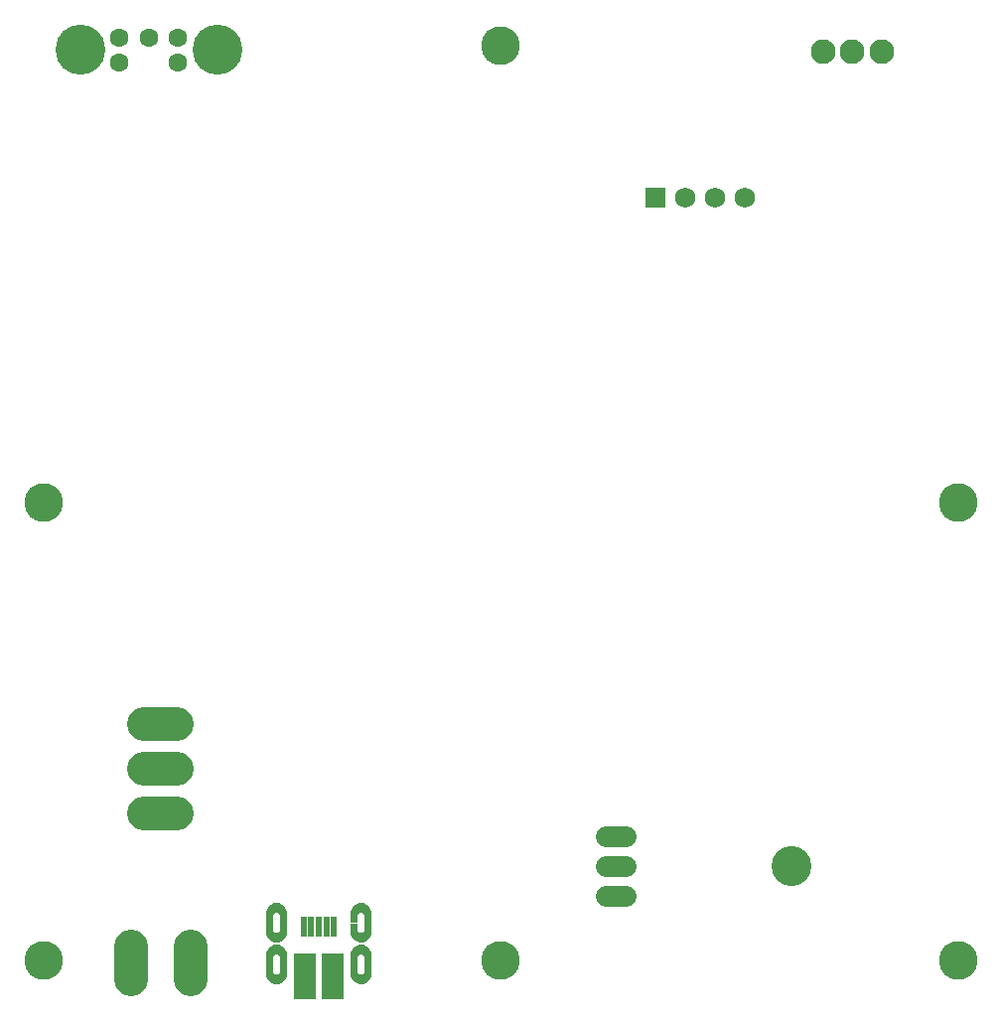
<source format=gbr>
G04 EAGLE Gerber RS-274X export*
G75*
%MOMM*%
%FSLAX34Y34*%
%LPD*%
%INSoldermask Top*%
%IPPOS*%
%AMOC8*
5,1,8,0,0,1.08239X$1,22.5*%
G01*
%ADD10C,3.301600*%
%ADD11C,1.778000*%
%ADD12C,3.403600*%
%ADD13C,2.101600*%
%ADD14C,2.882900*%
%ADD15C,1.601600*%
%ADD16C,4.250600*%
%ADD17R,1.751600X1.751600*%
%ADD18C,1.751600*%
%ADD19R,0.501600X1.801600*%
%ADD20R,1.901600X4.001600*%

G36*
X250756Y65168D02*
X250756Y65168D01*
X250757Y65168D01*
X252446Y65680D01*
X252446Y65681D01*
X252447Y65681D01*
X254002Y66512D01*
X254003Y66513D01*
X255367Y67632D01*
X255367Y67633D01*
X255368Y67633D01*
X256487Y68997D01*
X256488Y68998D01*
X257319Y70554D01*
X257320Y70554D01*
X257832Y72243D01*
X257832Y72244D01*
X258005Y74000D01*
X258005Y81750D01*
X258001Y81755D01*
X258000Y81755D01*
X252000Y81755D01*
X251995Y81751D01*
X251995Y81750D01*
X251995Y76500D01*
X251995Y76498D01*
X251994Y76493D01*
X251994Y76488D01*
X251993Y76483D01*
X251993Y76478D01*
X251992Y76473D01*
X251990Y76454D01*
X251989Y76449D01*
X251989Y76444D01*
X251988Y76439D01*
X251988Y76434D01*
X251987Y76429D01*
X251986Y76424D01*
X251986Y76419D01*
X251985Y76414D01*
X251983Y76394D01*
X251983Y76389D01*
X251982Y76389D01*
X251983Y76389D01*
X251982Y76384D01*
X251981Y76379D01*
X251981Y76374D01*
X251980Y76369D01*
X251980Y76364D01*
X251979Y76359D01*
X251979Y76354D01*
X251976Y76334D01*
X251976Y76329D01*
X251975Y76324D01*
X251975Y76319D01*
X251974Y76314D01*
X251974Y76310D01*
X251974Y76309D01*
X251973Y76305D01*
X251973Y76304D01*
X251972Y76300D01*
X251970Y76275D01*
X251969Y76270D01*
X251969Y76265D01*
X251968Y76265D01*
X251969Y76265D01*
X251968Y76260D01*
X251967Y76255D01*
X251967Y76250D01*
X251966Y76245D01*
X251966Y76240D01*
X251963Y76220D01*
X251963Y76215D01*
X251962Y76210D01*
X251962Y76205D01*
X251961Y76200D01*
X251961Y76195D01*
X251960Y76190D01*
X251960Y76185D01*
X251959Y76180D01*
X251957Y76160D01*
X251956Y76155D01*
X251956Y76151D01*
X251956Y76150D01*
X251955Y76146D01*
X251955Y76145D01*
X251955Y76141D01*
X251954Y76141D01*
X251955Y76141D01*
X251954Y76136D01*
X251953Y76131D01*
X251953Y76126D01*
X251952Y76121D01*
X251950Y76101D01*
X251949Y76096D01*
X251949Y76091D01*
X251948Y76086D01*
X251948Y76081D01*
X251947Y76076D01*
X251947Y76071D01*
X251946Y76066D01*
X251946Y76061D01*
X251943Y76041D01*
X251943Y76036D01*
X251942Y76031D01*
X251942Y76026D01*
X251941Y76021D01*
X251941Y76016D01*
X251940Y76016D01*
X251941Y76016D01*
X251940Y76011D01*
X251939Y76006D01*
X251939Y76001D01*
X251937Y75982D01*
X251936Y75977D01*
X251935Y75972D01*
X251935Y75967D01*
X251934Y75962D01*
X251934Y75957D01*
X251933Y75952D01*
X251933Y75947D01*
X251930Y75922D01*
X251929Y75917D01*
X251929Y75912D01*
X251928Y75907D01*
X251928Y75902D01*
X251927Y75897D01*
X251927Y75892D01*
X251926Y75892D01*
X251927Y75892D01*
X251926Y75887D01*
X251923Y75862D01*
X251923Y75857D01*
X251922Y75852D01*
X251921Y75847D01*
X251921Y75842D01*
X251920Y75837D01*
X251920Y75834D01*
X251698Y75200D01*
X251342Y74633D01*
X250867Y74158D01*
X250300Y73802D01*
X249666Y73580D01*
X249366Y73546D01*
X249322Y73541D01*
X249013Y73507D01*
X249000Y73505D01*
X248334Y73580D01*
X247700Y73802D01*
X247133Y74158D01*
X246658Y74633D01*
X246302Y75200D01*
X246080Y75834D01*
X246005Y76500D01*
X246005Y87500D01*
X246005Y87503D01*
X246006Y87508D01*
X246006Y87513D01*
X246007Y87518D01*
X246008Y87523D01*
X246010Y87543D01*
X246010Y87548D01*
X246011Y87552D01*
X246011Y87553D01*
X246011Y87557D01*
X246012Y87557D01*
X246011Y87558D01*
X246012Y87562D01*
X246013Y87567D01*
X246013Y87572D01*
X246014Y87577D01*
X246014Y87582D01*
X246017Y87602D01*
X246017Y87607D01*
X246018Y87612D01*
X246018Y87617D01*
X246019Y87622D01*
X246019Y87627D01*
X246020Y87632D01*
X246020Y87637D01*
X246021Y87642D01*
X246023Y87662D01*
X246024Y87667D01*
X246024Y87672D01*
X246025Y87677D01*
X246025Y87682D01*
X246026Y87682D01*
X246025Y87682D01*
X246026Y87687D01*
X246027Y87692D01*
X246027Y87697D01*
X246028Y87702D01*
X246030Y87721D01*
X246031Y87726D01*
X246031Y87731D01*
X246032Y87736D01*
X246032Y87741D01*
X246033Y87746D01*
X246033Y87751D01*
X246034Y87756D01*
X246034Y87761D01*
X246037Y87781D01*
X246037Y87786D01*
X246038Y87791D01*
X246038Y87796D01*
X246039Y87801D01*
X246039Y87806D01*
X246040Y87806D01*
X246039Y87806D01*
X246040Y87811D01*
X246041Y87816D01*
X246043Y87841D01*
X246044Y87846D01*
X246045Y87851D01*
X246045Y87856D01*
X246046Y87861D01*
X246046Y87866D01*
X246047Y87870D01*
X246047Y87871D01*
X246047Y87875D01*
X246047Y87876D01*
X246050Y87900D01*
X246051Y87905D01*
X246051Y87910D01*
X246052Y87915D01*
X246052Y87920D01*
X246053Y87925D01*
X246053Y87930D01*
X246054Y87930D01*
X246053Y87930D01*
X246054Y87935D01*
X246056Y87955D01*
X246057Y87960D01*
X246057Y87965D01*
X246058Y87970D01*
X246059Y87975D01*
X246059Y87980D01*
X246060Y87985D01*
X246060Y87990D01*
X246061Y87995D01*
X246063Y88015D01*
X246064Y88020D01*
X246064Y88025D01*
X246065Y88029D01*
X246065Y88030D01*
X246065Y88034D01*
X246065Y88035D01*
X246066Y88039D01*
X246066Y88044D01*
X246067Y88049D01*
X246067Y88054D01*
X246068Y88054D01*
X246067Y88054D01*
X246070Y88074D01*
X246070Y88079D01*
X246071Y88084D01*
X246071Y88089D01*
X246072Y88094D01*
X246073Y88099D01*
X246073Y88104D01*
X246074Y88109D01*
X246074Y88114D01*
X246076Y88134D01*
X246077Y88139D01*
X246078Y88144D01*
X246078Y88149D01*
X246079Y88154D01*
X246079Y88159D01*
X246080Y88164D01*
X246080Y88166D01*
X246302Y88800D01*
X246658Y89367D01*
X247133Y89842D01*
X247700Y90198D01*
X248334Y90420D01*
X249000Y90495D01*
X249666Y90420D01*
X250300Y90198D01*
X250867Y89842D01*
X251342Y89367D01*
X251698Y88800D01*
X251920Y88166D01*
X251995Y87500D01*
X251995Y82375D01*
X251999Y82370D01*
X252000Y82370D01*
X258000Y82370D01*
X258005Y82374D01*
X258005Y82375D01*
X258005Y90000D01*
X258005Y90001D01*
X257832Y91756D01*
X257832Y91757D01*
X257320Y93446D01*
X257319Y93446D01*
X257319Y93447D01*
X256488Y95002D01*
X256487Y95003D01*
X255368Y96367D01*
X255367Y96367D01*
X255367Y96368D01*
X254003Y97487D01*
X254002Y97488D01*
X252447Y98319D01*
X252446Y98319D01*
X252446Y98320D01*
X250757Y98832D01*
X250756Y98832D01*
X249001Y99005D01*
X249000Y99005D01*
X247244Y98832D01*
X247243Y98832D01*
X245554Y98320D01*
X245554Y98319D01*
X243998Y97488D01*
X243997Y97487D01*
X242633Y96368D01*
X242633Y96367D01*
X242632Y96367D01*
X241513Y95003D01*
X241512Y95002D01*
X240681Y93447D01*
X240681Y93446D01*
X240680Y93446D01*
X240168Y91757D01*
X240168Y91756D01*
X239995Y90001D01*
X239995Y90000D01*
X239995Y74000D01*
X240168Y72244D01*
X240168Y72243D01*
X240680Y70554D01*
X240681Y70554D01*
X241512Y68998D01*
X241513Y68997D01*
X242632Y67633D01*
X242633Y67633D01*
X242633Y67632D01*
X243997Y66513D01*
X243998Y66512D01*
X245554Y65681D01*
X245554Y65680D01*
X247243Y65168D01*
X247244Y65168D01*
X249000Y64995D01*
X249001Y64995D01*
X250756Y65168D01*
G37*
G36*
X250756Y29668D02*
X250756Y29668D01*
X250757Y29668D01*
X252446Y30180D01*
X252446Y30181D01*
X252447Y30181D01*
X254002Y31012D01*
X254003Y31013D01*
X255367Y32132D01*
X255367Y32133D01*
X255368Y32133D01*
X256487Y33497D01*
X256488Y33498D01*
X257319Y35054D01*
X257320Y35054D01*
X257832Y36743D01*
X257832Y36744D01*
X258005Y38500D01*
X258005Y46250D01*
X258001Y46255D01*
X258000Y46255D01*
X252000Y46255D01*
X251995Y46251D01*
X251995Y46250D01*
X251995Y41000D01*
X251995Y40998D01*
X251994Y40993D01*
X251994Y40988D01*
X251993Y40983D01*
X251993Y40978D01*
X251992Y40973D01*
X251990Y40954D01*
X251989Y40949D01*
X251989Y40944D01*
X251988Y40939D01*
X251988Y40934D01*
X251987Y40929D01*
X251986Y40924D01*
X251986Y40919D01*
X251985Y40914D01*
X251983Y40894D01*
X251983Y40889D01*
X251982Y40889D01*
X251983Y40889D01*
X251982Y40884D01*
X251981Y40879D01*
X251981Y40874D01*
X251980Y40869D01*
X251980Y40864D01*
X251979Y40859D01*
X251979Y40854D01*
X251976Y40834D01*
X251976Y40829D01*
X251975Y40824D01*
X251975Y40819D01*
X251974Y40814D01*
X251974Y40810D01*
X251974Y40809D01*
X251973Y40805D01*
X251973Y40804D01*
X251972Y40800D01*
X251970Y40775D01*
X251969Y40770D01*
X251969Y40765D01*
X251968Y40765D01*
X251969Y40765D01*
X251968Y40760D01*
X251967Y40755D01*
X251967Y40750D01*
X251966Y40745D01*
X251966Y40740D01*
X251963Y40720D01*
X251963Y40715D01*
X251962Y40710D01*
X251962Y40705D01*
X251961Y40700D01*
X251961Y40695D01*
X251960Y40690D01*
X251960Y40685D01*
X251959Y40680D01*
X251957Y40660D01*
X251956Y40655D01*
X251956Y40651D01*
X251956Y40650D01*
X251955Y40646D01*
X251955Y40645D01*
X251955Y40641D01*
X251954Y40641D01*
X251955Y40641D01*
X251954Y40636D01*
X251953Y40631D01*
X251953Y40626D01*
X251952Y40621D01*
X251950Y40601D01*
X251949Y40596D01*
X251949Y40591D01*
X251948Y40586D01*
X251948Y40581D01*
X251947Y40576D01*
X251947Y40571D01*
X251946Y40566D01*
X251946Y40561D01*
X251943Y40541D01*
X251943Y40536D01*
X251942Y40531D01*
X251942Y40526D01*
X251941Y40521D01*
X251941Y40516D01*
X251940Y40516D01*
X251941Y40516D01*
X251940Y40511D01*
X251939Y40506D01*
X251939Y40501D01*
X251937Y40482D01*
X251936Y40477D01*
X251935Y40472D01*
X251935Y40467D01*
X251934Y40462D01*
X251934Y40457D01*
X251933Y40452D01*
X251933Y40447D01*
X251930Y40422D01*
X251929Y40417D01*
X251929Y40412D01*
X251928Y40407D01*
X251928Y40402D01*
X251927Y40397D01*
X251927Y40392D01*
X251926Y40392D01*
X251927Y40392D01*
X251926Y40387D01*
X251923Y40362D01*
X251923Y40357D01*
X251922Y40352D01*
X251921Y40347D01*
X251921Y40342D01*
X251920Y40337D01*
X251920Y40334D01*
X251698Y39700D01*
X251342Y39133D01*
X250867Y38658D01*
X250300Y38302D01*
X249666Y38080D01*
X249366Y38046D01*
X249322Y38041D01*
X249013Y38007D01*
X249000Y38005D01*
X248334Y38080D01*
X247700Y38302D01*
X247133Y38658D01*
X246658Y39133D01*
X246302Y39700D01*
X246080Y40334D01*
X246005Y41000D01*
X246005Y52000D01*
X246005Y52003D01*
X246006Y52008D01*
X246006Y52013D01*
X246007Y52018D01*
X246008Y52023D01*
X246010Y52043D01*
X246010Y52048D01*
X246011Y52052D01*
X246011Y52053D01*
X246011Y52057D01*
X246012Y52057D01*
X246011Y52058D01*
X246012Y52062D01*
X246013Y52067D01*
X246013Y52072D01*
X246014Y52077D01*
X246014Y52082D01*
X246017Y52102D01*
X246017Y52107D01*
X246018Y52112D01*
X246018Y52117D01*
X246019Y52122D01*
X246019Y52127D01*
X246020Y52132D01*
X246020Y52137D01*
X246021Y52142D01*
X246023Y52162D01*
X246024Y52167D01*
X246024Y52172D01*
X246025Y52177D01*
X246025Y52182D01*
X246026Y52182D01*
X246025Y52182D01*
X246026Y52187D01*
X246027Y52192D01*
X246027Y52197D01*
X246028Y52202D01*
X246030Y52221D01*
X246031Y52226D01*
X246031Y52231D01*
X246032Y52236D01*
X246032Y52241D01*
X246033Y52246D01*
X246033Y52251D01*
X246034Y52256D01*
X246034Y52261D01*
X246037Y52281D01*
X246037Y52286D01*
X246038Y52291D01*
X246038Y52296D01*
X246039Y52301D01*
X246039Y52306D01*
X246040Y52306D01*
X246039Y52306D01*
X246040Y52311D01*
X246041Y52316D01*
X246043Y52341D01*
X246044Y52346D01*
X246045Y52351D01*
X246045Y52356D01*
X246046Y52361D01*
X246046Y52366D01*
X246047Y52370D01*
X246047Y52371D01*
X246047Y52375D01*
X246047Y52376D01*
X246050Y52400D01*
X246051Y52405D01*
X246051Y52410D01*
X246052Y52415D01*
X246052Y52420D01*
X246053Y52425D01*
X246053Y52430D01*
X246054Y52430D01*
X246053Y52430D01*
X246054Y52435D01*
X246056Y52455D01*
X246057Y52460D01*
X246057Y52465D01*
X246058Y52470D01*
X246059Y52475D01*
X246059Y52480D01*
X246060Y52485D01*
X246060Y52490D01*
X246061Y52495D01*
X246063Y52515D01*
X246064Y52520D01*
X246064Y52525D01*
X246065Y52529D01*
X246065Y52530D01*
X246065Y52534D01*
X246065Y52535D01*
X246066Y52539D01*
X246066Y52544D01*
X246067Y52549D01*
X246067Y52554D01*
X246068Y52554D01*
X246067Y52554D01*
X246070Y52574D01*
X246070Y52579D01*
X246071Y52584D01*
X246071Y52589D01*
X246072Y52594D01*
X246073Y52599D01*
X246073Y52604D01*
X246074Y52609D01*
X246074Y52614D01*
X246076Y52634D01*
X246077Y52639D01*
X246078Y52644D01*
X246078Y52649D01*
X246079Y52654D01*
X246079Y52659D01*
X246080Y52664D01*
X246080Y52666D01*
X246302Y53300D01*
X246658Y53867D01*
X247133Y54342D01*
X247700Y54698D01*
X248334Y54920D01*
X249000Y54995D01*
X249666Y54920D01*
X250300Y54698D01*
X250867Y54342D01*
X251342Y53867D01*
X251698Y53300D01*
X251920Y52666D01*
X251995Y52000D01*
X251995Y46875D01*
X251999Y46870D01*
X252000Y46870D01*
X258000Y46870D01*
X258005Y46874D01*
X258005Y46875D01*
X258005Y54500D01*
X258005Y54501D01*
X257832Y56256D01*
X257832Y56257D01*
X257320Y57946D01*
X257319Y57946D01*
X257319Y57947D01*
X256488Y59502D01*
X256487Y59503D01*
X255368Y60867D01*
X255367Y60867D01*
X255367Y60868D01*
X254003Y61987D01*
X254002Y61988D01*
X252447Y62819D01*
X252446Y62819D01*
X252446Y62820D01*
X250757Y63332D01*
X250756Y63332D01*
X249001Y63505D01*
X249000Y63505D01*
X247244Y63332D01*
X247243Y63332D01*
X245554Y62820D01*
X245554Y62819D01*
X243998Y61988D01*
X243997Y61987D01*
X242633Y60868D01*
X242633Y60867D01*
X242632Y60867D01*
X241513Y59503D01*
X241512Y59502D01*
X240681Y57947D01*
X240681Y57946D01*
X240680Y57946D01*
X240168Y56257D01*
X240168Y56256D01*
X239995Y54501D01*
X239995Y54500D01*
X239995Y38500D01*
X240168Y36744D01*
X240168Y36743D01*
X240680Y35054D01*
X240681Y35054D01*
X241512Y33498D01*
X241513Y33497D01*
X242632Y32133D01*
X242633Y32133D01*
X242633Y32132D01*
X243997Y31013D01*
X243998Y31012D01*
X245554Y30181D01*
X245554Y30180D01*
X247243Y29668D01*
X247244Y29668D01*
X249000Y29495D01*
X249001Y29495D01*
X250756Y29668D01*
G37*
G36*
X322756Y65168D02*
X322756Y65168D01*
X322757Y65168D01*
X324446Y65680D01*
X324446Y65681D01*
X324447Y65681D01*
X326002Y66512D01*
X326003Y66513D01*
X327367Y67632D01*
X327367Y67633D01*
X327368Y67633D01*
X328487Y68997D01*
X328488Y68998D01*
X329319Y70554D01*
X329320Y70554D01*
X329832Y72243D01*
X329832Y72244D01*
X330005Y74000D01*
X330005Y90000D01*
X330005Y90001D01*
X329832Y91756D01*
X329832Y91757D01*
X329320Y93446D01*
X329319Y93446D01*
X329319Y93447D01*
X328488Y95002D01*
X328487Y95003D01*
X327368Y96367D01*
X327367Y96367D01*
X327367Y96368D01*
X326003Y97487D01*
X326002Y97488D01*
X324447Y98319D01*
X324446Y98319D01*
X324446Y98320D01*
X322757Y98832D01*
X322756Y98832D01*
X321001Y99005D01*
X321000Y99005D01*
X319244Y98832D01*
X319243Y98832D01*
X317554Y98320D01*
X317554Y98319D01*
X315998Y97488D01*
X315997Y97487D01*
X314633Y96368D01*
X314633Y96367D01*
X314632Y96367D01*
X313513Y95003D01*
X313512Y95002D01*
X312681Y93447D01*
X312681Y93446D01*
X312680Y93446D01*
X312168Y91757D01*
X312168Y91756D01*
X311995Y90001D01*
X311995Y90000D01*
X311995Y82250D01*
X311999Y82245D01*
X312000Y82245D01*
X318000Y82245D01*
X318005Y82249D01*
X318005Y82250D01*
X318005Y87500D01*
X318005Y87503D01*
X318006Y87508D01*
X318006Y87513D01*
X318007Y87518D01*
X318008Y87523D01*
X318010Y87543D01*
X318010Y87548D01*
X318011Y87552D01*
X318011Y87553D01*
X318011Y87557D01*
X318012Y87557D01*
X318011Y87558D01*
X318012Y87562D01*
X318013Y87567D01*
X318013Y87572D01*
X318014Y87577D01*
X318014Y87582D01*
X318017Y87602D01*
X318017Y87607D01*
X318018Y87612D01*
X318018Y87617D01*
X318019Y87622D01*
X318019Y87627D01*
X318020Y87632D01*
X318020Y87637D01*
X318021Y87642D01*
X318023Y87662D01*
X318024Y87667D01*
X318024Y87672D01*
X318025Y87677D01*
X318025Y87682D01*
X318026Y87682D01*
X318025Y87682D01*
X318026Y87687D01*
X318027Y87692D01*
X318027Y87697D01*
X318028Y87702D01*
X318030Y87721D01*
X318031Y87726D01*
X318031Y87731D01*
X318032Y87736D01*
X318032Y87741D01*
X318033Y87746D01*
X318033Y87751D01*
X318034Y87756D01*
X318034Y87761D01*
X318037Y87781D01*
X318037Y87786D01*
X318038Y87791D01*
X318038Y87796D01*
X318039Y87801D01*
X318039Y87806D01*
X318040Y87806D01*
X318039Y87806D01*
X318040Y87811D01*
X318041Y87816D01*
X318043Y87841D01*
X318044Y87846D01*
X318045Y87851D01*
X318045Y87856D01*
X318046Y87861D01*
X318046Y87866D01*
X318047Y87870D01*
X318047Y87871D01*
X318047Y87875D01*
X318047Y87876D01*
X318050Y87900D01*
X318051Y87905D01*
X318051Y87910D01*
X318052Y87915D01*
X318052Y87920D01*
X318053Y87925D01*
X318053Y87930D01*
X318054Y87930D01*
X318053Y87930D01*
X318054Y87935D01*
X318056Y87955D01*
X318057Y87960D01*
X318057Y87965D01*
X318058Y87970D01*
X318059Y87975D01*
X318059Y87980D01*
X318060Y87985D01*
X318060Y87990D01*
X318061Y87995D01*
X318063Y88015D01*
X318064Y88020D01*
X318064Y88025D01*
X318065Y88029D01*
X318065Y88030D01*
X318065Y88034D01*
X318065Y88035D01*
X318066Y88039D01*
X318066Y88044D01*
X318067Y88049D01*
X318067Y88054D01*
X318068Y88054D01*
X318067Y88054D01*
X318070Y88074D01*
X318070Y88079D01*
X318071Y88084D01*
X318071Y88089D01*
X318072Y88094D01*
X318073Y88099D01*
X318073Y88104D01*
X318074Y88109D01*
X318074Y88114D01*
X318076Y88134D01*
X318077Y88139D01*
X318078Y88144D01*
X318078Y88149D01*
X318079Y88154D01*
X318079Y88159D01*
X318080Y88164D01*
X318080Y88166D01*
X318302Y88800D01*
X318658Y89367D01*
X319133Y89842D01*
X319700Y90198D01*
X320334Y90420D01*
X321000Y90495D01*
X321666Y90420D01*
X322300Y90198D01*
X322867Y89842D01*
X323342Y89367D01*
X323698Y88800D01*
X323920Y88166D01*
X323995Y87500D01*
X323995Y76500D01*
X323995Y76498D01*
X323994Y76493D01*
X323994Y76488D01*
X323993Y76483D01*
X323993Y76478D01*
X323992Y76473D01*
X323990Y76454D01*
X323989Y76449D01*
X323989Y76444D01*
X323988Y76439D01*
X323988Y76434D01*
X323987Y76429D01*
X323986Y76424D01*
X323986Y76419D01*
X323985Y76414D01*
X323983Y76394D01*
X323983Y76389D01*
X323982Y76389D01*
X323983Y76389D01*
X323982Y76384D01*
X323981Y76379D01*
X323981Y76374D01*
X323980Y76369D01*
X323980Y76364D01*
X323979Y76359D01*
X323979Y76354D01*
X323976Y76334D01*
X323976Y76329D01*
X323975Y76324D01*
X323975Y76319D01*
X323974Y76314D01*
X323974Y76310D01*
X323974Y76309D01*
X323973Y76305D01*
X323973Y76304D01*
X323972Y76300D01*
X323970Y76275D01*
X323969Y76270D01*
X323969Y76265D01*
X323968Y76265D01*
X323969Y76265D01*
X323968Y76260D01*
X323967Y76255D01*
X323967Y76250D01*
X323966Y76245D01*
X323966Y76240D01*
X323963Y76220D01*
X323963Y76215D01*
X323962Y76210D01*
X323962Y76205D01*
X323961Y76200D01*
X323961Y76195D01*
X323960Y76190D01*
X323960Y76185D01*
X323959Y76180D01*
X323957Y76160D01*
X323956Y76155D01*
X323956Y76151D01*
X323956Y76150D01*
X323955Y76146D01*
X323955Y76145D01*
X323955Y76141D01*
X323954Y76141D01*
X323955Y76141D01*
X323954Y76136D01*
X323953Y76131D01*
X323953Y76126D01*
X323952Y76121D01*
X323950Y76101D01*
X323949Y76096D01*
X323949Y76091D01*
X323948Y76086D01*
X323948Y76081D01*
X323947Y76076D01*
X323947Y76071D01*
X323946Y76066D01*
X323946Y76061D01*
X323943Y76041D01*
X323943Y76036D01*
X323942Y76031D01*
X323942Y76026D01*
X323941Y76021D01*
X323941Y76016D01*
X323940Y76016D01*
X323941Y76016D01*
X323940Y76011D01*
X323939Y76006D01*
X323939Y76001D01*
X323937Y75982D01*
X323936Y75977D01*
X323935Y75972D01*
X323935Y75967D01*
X323934Y75962D01*
X323934Y75957D01*
X323933Y75952D01*
X323933Y75947D01*
X323930Y75922D01*
X323929Y75917D01*
X323929Y75912D01*
X323928Y75907D01*
X323928Y75902D01*
X323927Y75897D01*
X323927Y75892D01*
X323926Y75892D01*
X323927Y75892D01*
X323926Y75887D01*
X323923Y75862D01*
X323923Y75857D01*
X323922Y75852D01*
X323921Y75847D01*
X323921Y75842D01*
X323920Y75837D01*
X323920Y75834D01*
X323698Y75200D01*
X323342Y74633D01*
X322867Y74158D01*
X322300Y73802D01*
X321666Y73580D01*
X321366Y73546D01*
X321322Y73541D01*
X321013Y73507D01*
X321000Y73505D01*
X320334Y73580D01*
X319700Y73802D01*
X319133Y74158D01*
X318658Y74633D01*
X318302Y75200D01*
X318080Y75834D01*
X318005Y76500D01*
X318005Y81625D01*
X318001Y81630D01*
X318000Y81630D01*
X312000Y81630D01*
X311995Y81626D01*
X311995Y81625D01*
X311995Y74000D01*
X312168Y72244D01*
X312168Y72243D01*
X312680Y70554D01*
X312681Y70554D01*
X313512Y68998D01*
X313513Y68997D01*
X314632Y67633D01*
X314633Y67633D01*
X314633Y67632D01*
X315997Y66513D01*
X315998Y66512D01*
X317554Y65681D01*
X317554Y65680D01*
X319243Y65168D01*
X319244Y65168D01*
X321000Y64995D01*
X321001Y64995D01*
X322756Y65168D01*
G37*
G36*
X322756Y29668D02*
X322756Y29668D01*
X322757Y29668D01*
X324446Y30180D01*
X324446Y30181D01*
X324447Y30181D01*
X326002Y31012D01*
X326003Y31013D01*
X327367Y32132D01*
X327367Y32133D01*
X327368Y32133D01*
X328487Y33497D01*
X328488Y33498D01*
X329319Y35054D01*
X329320Y35054D01*
X329832Y36743D01*
X329832Y36744D01*
X330005Y38500D01*
X330005Y54500D01*
X330005Y54501D01*
X329832Y56256D01*
X329832Y56257D01*
X329320Y57946D01*
X329319Y57946D01*
X329319Y57947D01*
X328488Y59502D01*
X328487Y59503D01*
X327368Y60867D01*
X327367Y60867D01*
X327367Y60868D01*
X326003Y61987D01*
X326002Y61988D01*
X324447Y62819D01*
X324446Y62819D01*
X324446Y62820D01*
X322757Y63332D01*
X322756Y63332D01*
X321001Y63505D01*
X321000Y63505D01*
X319244Y63332D01*
X319243Y63332D01*
X317554Y62820D01*
X317554Y62819D01*
X315998Y61988D01*
X315997Y61987D01*
X314633Y60868D01*
X314633Y60867D01*
X314632Y60867D01*
X313513Y59503D01*
X313512Y59502D01*
X312681Y57947D01*
X312681Y57946D01*
X312680Y57946D01*
X312168Y56257D01*
X312168Y56256D01*
X311995Y54501D01*
X311995Y54500D01*
X311995Y46750D01*
X311999Y46745D01*
X312000Y46745D01*
X318000Y46745D01*
X318005Y46749D01*
X318005Y46750D01*
X318005Y52000D01*
X318005Y52003D01*
X318006Y52008D01*
X318006Y52013D01*
X318007Y52018D01*
X318008Y52023D01*
X318010Y52043D01*
X318010Y52048D01*
X318011Y52052D01*
X318011Y52053D01*
X318011Y52057D01*
X318012Y52057D01*
X318011Y52058D01*
X318012Y52062D01*
X318013Y52067D01*
X318013Y52072D01*
X318014Y52077D01*
X318014Y52082D01*
X318017Y52102D01*
X318017Y52107D01*
X318018Y52112D01*
X318018Y52117D01*
X318019Y52122D01*
X318019Y52127D01*
X318020Y52132D01*
X318020Y52137D01*
X318021Y52142D01*
X318023Y52162D01*
X318024Y52167D01*
X318024Y52172D01*
X318025Y52177D01*
X318025Y52182D01*
X318026Y52182D01*
X318025Y52182D01*
X318026Y52187D01*
X318027Y52192D01*
X318027Y52197D01*
X318028Y52202D01*
X318030Y52221D01*
X318031Y52226D01*
X318031Y52231D01*
X318032Y52236D01*
X318032Y52241D01*
X318033Y52246D01*
X318033Y52251D01*
X318034Y52256D01*
X318034Y52261D01*
X318037Y52281D01*
X318037Y52286D01*
X318038Y52291D01*
X318038Y52296D01*
X318039Y52301D01*
X318039Y52306D01*
X318040Y52306D01*
X318039Y52306D01*
X318040Y52311D01*
X318041Y52316D01*
X318043Y52341D01*
X318044Y52346D01*
X318045Y52351D01*
X318045Y52356D01*
X318046Y52361D01*
X318046Y52366D01*
X318047Y52370D01*
X318047Y52371D01*
X318047Y52375D01*
X318047Y52376D01*
X318050Y52400D01*
X318051Y52405D01*
X318051Y52410D01*
X318052Y52415D01*
X318052Y52420D01*
X318053Y52425D01*
X318053Y52430D01*
X318054Y52430D01*
X318053Y52430D01*
X318054Y52435D01*
X318056Y52455D01*
X318057Y52460D01*
X318057Y52465D01*
X318058Y52470D01*
X318059Y52475D01*
X318059Y52480D01*
X318060Y52485D01*
X318060Y52490D01*
X318061Y52495D01*
X318063Y52515D01*
X318064Y52520D01*
X318064Y52525D01*
X318065Y52529D01*
X318065Y52530D01*
X318065Y52534D01*
X318065Y52535D01*
X318066Y52539D01*
X318066Y52544D01*
X318067Y52549D01*
X318067Y52554D01*
X318068Y52554D01*
X318067Y52554D01*
X318070Y52574D01*
X318070Y52579D01*
X318071Y52584D01*
X318071Y52589D01*
X318072Y52594D01*
X318073Y52599D01*
X318073Y52604D01*
X318074Y52609D01*
X318074Y52614D01*
X318076Y52634D01*
X318077Y52639D01*
X318078Y52644D01*
X318078Y52649D01*
X318079Y52654D01*
X318079Y52659D01*
X318080Y52664D01*
X318080Y52666D01*
X318302Y53300D01*
X318658Y53867D01*
X319133Y54342D01*
X319700Y54698D01*
X320334Y54920D01*
X321000Y54995D01*
X321666Y54920D01*
X322300Y54698D01*
X322867Y54342D01*
X323342Y53867D01*
X323698Y53300D01*
X323920Y52666D01*
X323995Y52000D01*
X323995Y41000D01*
X323995Y40998D01*
X323994Y40993D01*
X323994Y40988D01*
X323993Y40983D01*
X323993Y40978D01*
X323992Y40973D01*
X323990Y40954D01*
X323989Y40949D01*
X323989Y40944D01*
X323988Y40939D01*
X323988Y40934D01*
X323987Y40929D01*
X323986Y40924D01*
X323986Y40919D01*
X323985Y40914D01*
X323983Y40894D01*
X323983Y40889D01*
X323982Y40889D01*
X323983Y40889D01*
X323982Y40884D01*
X323981Y40879D01*
X323981Y40874D01*
X323980Y40869D01*
X323980Y40864D01*
X323979Y40859D01*
X323979Y40854D01*
X323976Y40834D01*
X323976Y40829D01*
X323975Y40824D01*
X323975Y40819D01*
X323974Y40814D01*
X323974Y40810D01*
X323974Y40809D01*
X323973Y40805D01*
X323973Y40804D01*
X323972Y40800D01*
X323970Y40775D01*
X323969Y40770D01*
X323969Y40765D01*
X323968Y40765D01*
X323969Y40765D01*
X323968Y40760D01*
X323967Y40755D01*
X323967Y40750D01*
X323966Y40745D01*
X323966Y40740D01*
X323963Y40720D01*
X323963Y40715D01*
X323962Y40710D01*
X323962Y40705D01*
X323961Y40700D01*
X323961Y40695D01*
X323960Y40690D01*
X323960Y40685D01*
X323959Y40680D01*
X323957Y40660D01*
X323956Y40655D01*
X323956Y40651D01*
X323956Y40650D01*
X323955Y40646D01*
X323955Y40645D01*
X323955Y40641D01*
X323954Y40641D01*
X323955Y40641D01*
X323954Y40636D01*
X323953Y40631D01*
X323953Y40626D01*
X323952Y40621D01*
X323950Y40601D01*
X323949Y40596D01*
X323949Y40591D01*
X323948Y40586D01*
X323948Y40581D01*
X323947Y40576D01*
X323947Y40571D01*
X323946Y40566D01*
X323946Y40561D01*
X323943Y40541D01*
X323943Y40536D01*
X323942Y40531D01*
X323942Y40526D01*
X323941Y40521D01*
X323941Y40516D01*
X323940Y40516D01*
X323941Y40516D01*
X323940Y40511D01*
X323939Y40506D01*
X323939Y40501D01*
X323937Y40482D01*
X323936Y40477D01*
X323935Y40472D01*
X323935Y40467D01*
X323934Y40462D01*
X323934Y40457D01*
X323933Y40452D01*
X323933Y40447D01*
X323930Y40422D01*
X323929Y40417D01*
X323929Y40412D01*
X323928Y40407D01*
X323928Y40402D01*
X323927Y40397D01*
X323927Y40392D01*
X323926Y40392D01*
X323927Y40392D01*
X323926Y40387D01*
X323923Y40362D01*
X323923Y40357D01*
X323922Y40352D01*
X323921Y40347D01*
X323921Y40342D01*
X323920Y40337D01*
X323920Y40334D01*
X323698Y39700D01*
X323342Y39133D01*
X322867Y38658D01*
X322300Y38302D01*
X321666Y38080D01*
X321366Y38046D01*
X321322Y38041D01*
X321013Y38007D01*
X321000Y38005D01*
X320334Y38080D01*
X319700Y38302D01*
X319133Y38658D01*
X318658Y39133D01*
X318302Y39700D01*
X318080Y40334D01*
X318005Y41000D01*
X318005Y46125D01*
X318001Y46130D01*
X318000Y46130D01*
X312000Y46130D01*
X311995Y46126D01*
X311995Y46125D01*
X311995Y38500D01*
X312168Y36744D01*
X312168Y36743D01*
X312680Y35054D01*
X312681Y35054D01*
X313512Y33498D01*
X313513Y33497D01*
X314632Y32133D01*
X314633Y32133D01*
X314633Y32132D01*
X315997Y31013D01*
X315998Y31012D01*
X317554Y30181D01*
X317554Y30180D01*
X319243Y29668D01*
X319244Y29668D01*
X321000Y29495D01*
X321001Y29495D01*
X322756Y29668D01*
G37*
D10*
X830000Y50000D03*
X50000Y50000D03*
X50000Y440000D03*
X440000Y50000D03*
X830000Y440000D03*
X440000Y830000D03*
D11*
X530018Y155400D02*
X546782Y155400D01*
X546782Y130000D02*
X530018Y130000D01*
X530018Y104600D02*
X546782Y104600D01*
D12*
X688260Y130000D03*
D13*
X740000Y825000D03*
X765000Y825000D03*
X715000Y825000D03*
D14*
X163907Y175000D02*
X136094Y175000D01*
X136094Y213100D02*
X163907Y213100D01*
X163907Y251200D02*
X136094Y251200D01*
X175400Y61907D02*
X175400Y34094D01*
X124600Y34094D02*
X124600Y61907D01*
D15*
X165000Y836370D03*
X115000Y836370D03*
X140000Y836370D03*
X165000Y815370D03*
X115000Y815370D03*
D16*
X81500Y826370D03*
X198500Y826370D03*
D17*
X571900Y700000D03*
D18*
X597300Y700000D03*
X622700Y700000D03*
X648100Y700000D03*
D19*
X272000Y78500D03*
X278500Y78500D03*
X285000Y78500D03*
X291500Y78500D03*
X298000Y78500D03*
D20*
X296500Y36500D03*
X273500Y36500D03*
M02*

</source>
